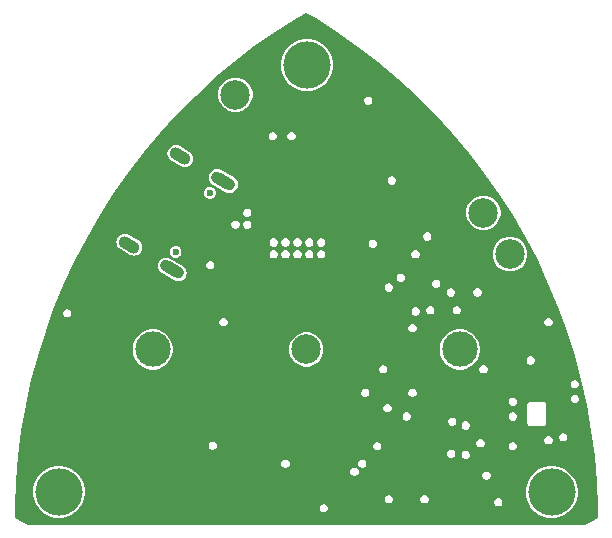
<source format=gbr>
%TF.GenerationSoftware,Altium Limited,Altium Designer,22.7.1 (60)*%
G04 Layer_Physical_Order=2*
G04 Layer_Color=36540*
%FSLAX45Y45*%
%MOMM*%
%TF.SameCoordinates,ACC7CE07-661A-46B9-B338-6EC4A6F7B09F*%
%TF.FilePolarity,Positive*%
%TF.FileFunction,Copper,L2,Inr,Signal*%
%TF.Part,Single*%
G01*
G75*
%TA.AperFunction,WasherPad*%
%ADD52C,3.00000*%
%ADD53C,2.50000*%
%ADD54C,4.00000*%
%TA.AperFunction,ComponentPad*%
%ADD55C,2.50000*%
%ADD56C,0.60000*%
G04:AMPARAMS|DCode=57|XSize=2.2mm|YSize=1mm|CornerRadius=0mm|HoleSize=0mm|Usage=FLASHONLY|Rotation=330.000|XOffset=0mm|YOffset=0mm|HoleType=Round|Shape=Round|*
%AMOVALD57*
21,1,1.20000,1.00000,0.00000,0.00000,330.0*
1,1,1.00000,-0.51962,0.30000*
1,1,1.00000,0.51962,-0.30000*
%
%ADD57OVALD57*%

G04:AMPARAMS|DCode=58|XSize=1.9mm|YSize=1mm|CornerRadius=0mm|HoleSize=0mm|Usage=FLASHONLY|Rotation=330.000|XOffset=0mm|YOffset=0mm|HoleType=Round|Shape=Round|*
%AMOVALD58*
21,1,0.90000,1.00000,0.00000,0.00000,330.0*
1,1,1.00000,-0.38971,0.22500*
1,1,1.00000,0.38971,-0.22500*
%
%ADD58OVALD58*%

%TA.AperFunction,ViaPad*%
%ADD59C,0.70000*%
G36*
X2603787Y4923835D02*
X2786678Y4807310D01*
X2964312Y4682920D01*
X3136353Y4550897D01*
X3302471Y4411498D01*
X3462348Y4264988D01*
X3615687Y4111640D01*
X3762186Y3951754D01*
X3901572Y3785631D01*
X4033586Y3613577D01*
X4157965Y3435937D01*
X4274476Y3253043D01*
X4382905Y3065229D01*
X4483031Y2872878D01*
X4574678Y2676333D01*
X4657662Y2475983D01*
X4731828Y2272205D01*
X4797036Y2065381D01*
X4853160Y1855914D01*
X4900095Y1644196D01*
X4937750Y1430633D01*
X4966055Y1215631D01*
X4984955Y999595D01*
X4994413Y782950D01*
Y692181D01*
X4915806Y646807D01*
X4885418Y630992D01*
X166300D01*
X134498Y647554D01*
X55582Y692334D01*
X55558Y782982D01*
X64966Y999695D01*
X83819Y1215785D01*
X112083Y1430847D01*
X149702Y1644472D01*
X196606Y1856254D01*
X252706Y2065790D01*
X317891Y2272671D01*
X392044Y2476519D01*
X475015Y2676929D01*
X566656Y2873537D01*
X666785Y3065957D01*
X775216Y3253827D01*
X891737Y3436783D01*
X1016132Y3614485D01*
X1148161Y3786590D01*
X1287566Y3952763D01*
X1434100Y4112709D01*
X1587463Y4266099D01*
X1747376Y4412656D01*
X1913537Y4552102D01*
X2085616Y4684159D01*
X2263292Y4808582D01*
X2446229Y4925136D01*
X2523882Y4969973D01*
X2603787Y4923835D01*
D02*
G37*
%LPC*%
G36*
X2552751Y4746275D02*
X2509415D01*
X2466911Y4737821D01*
X2426873Y4721237D01*
X2390841Y4697161D01*
X2360197Y4666517D01*
X2336121Y4630485D01*
X2319537Y4590447D01*
X2311083Y4547943D01*
Y4504607D01*
X2319537Y4462104D01*
X2336121Y4422066D01*
X2360197Y4386034D01*
X2390841Y4355390D01*
X2426873Y4331314D01*
X2466911Y4314730D01*
X2509415Y4306276D01*
X2552751D01*
X2595254Y4314730D01*
X2635292Y4331314D01*
X2671324Y4355390D01*
X2701968Y4386034D01*
X2726044Y4422066D01*
X2742628Y4462104D01*
X2751082Y4504607D01*
Y4547943D01*
X2742628Y4590447D01*
X2726044Y4630485D01*
X2701968Y4666517D01*
X2671324Y4697161D01*
X2635292Y4721237D01*
X2595254Y4737821D01*
X2552751Y4746275D01*
D02*
G37*
G36*
X3056962Y4260000D02*
X3043038D01*
X3030174Y4254671D01*
X3020328Y4244826D01*
X3015000Y4231962D01*
Y4218038D01*
X3020328Y4205174D01*
X3030174Y4195328D01*
X3043038Y4190000D01*
X3056962D01*
X3069826Y4195328D01*
X3079672Y4205174D01*
X3085000Y4218038D01*
Y4231962D01*
X3079672Y4244826D01*
X3069826Y4254671D01*
X3056962Y4260000D01*
D02*
G37*
G36*
X1944090Y4420000D02*
X1905910D01*
X1869032Y4410118D01*
X1835968Y4391029D01*
X1808971Y4364032D01*
X1789882Y4330968D01*
X1780000Y4294090D01*
Y4255910D01*
X1789882Y4219032D01*
X1808971Y4185968D01*
X1835968Y4158971D01*
X1869032Y4139882D01*
X1905910Y4130000D01*
X1944090D01*
X1980968Y4139882D01*
X2014032Y4158971D01*
X2041029Y4185968D01*
X2060118Y4219032D01*
X2070000Y4255910D01*
Y4294090D01*
X2060118Y4330968D01*
X2041029Y4364032D01*
X2014032Y4391029D01*
X1980968Y4410118D01*
X1944090Y4420000D01*
D02*
G37*
G36*
X2249791Y3960046D02*
X2235867D01*
X2223003Y3954718D01*
X2213157Y3944872D01*
X2207829Y3932008D01*
Y3918084D01*
X2213157Y3905220D01*
X2223003Y3895375D01*
X2235867Y3890046D01*
X2249791D01*
X2262655Y3895375D01*
X2272500Y3905220D01*
X2277829Y3918084D01*
Y3932008D01*
X2272500Y3944872D01*
X2262655Y3954718D01*
X2249791Y3960046D01*
D02*
G37*
G36*
X2406962Y3960000D02*
X2393038D01*
X2380174Y3954672D01*
X2370329Y3944826D01*
X2365000Y3931962D01*
Y3918038D01*
X2370329Y3905174D01*
X2380174Y3895329D01*
X2393038Y3890000D01*
X2406962D01*
X2419826Y3895329D01*
X2429672Y3905174D01*
X2435000Y3918038D01*
Y3931962D01*
X2429672Y3944826D01*
X2419826Y3954672D01*
X2406962Y3960000D01*
D02*
G37*
G36*
X1420413Y3847660D02*
X1402140Y3845254D01*
X1385112Y3838201D01*
X1370489Y3826980D01*
X1359269Y3812358D01*
X1352215Y3795330D01*
X1349810Y3777056D01*
X1352215Y3758782D01*
X1359269Y3741754D01*
X1370489Y3727132D01*
X1385112Y3715911D01*
X1463053Y3670911D01*
X1480082Y3663858D01*
X1498356Y3661452D01*
X1516629Y3663858D01*
X1533657Y3670911D01*
X1548280Y3682132D01*
X1559500Y3696754D01*
X1566553Y3713783D01*
X1568959Y3732056D01*
X1566554Y3750330D01*
X1559500Y3767358D01*
X1548280Y3781980D01*
X1533657Y3793201D01*
X1455715Y3838201D01*
X1438687Y3845254D01*
X1420413Y3847660D01*
D02*
G37*
G36*
X3256962Y3585000D02*
X3243038D01*
X3230174Y3579672D01*
X3220329Y3569826D01*
X3215000Y3556962D01*
Y3543038D01*
X3220329Y3530174D01*
X3230174Y3520328D01*
X3243038Y3515000D01*
X3256962D01*
X3269826Y3520328D01*
X3279672Y3530174D01*
X3285000Y3543038D01*
Y3556962D01*
X3279672Y3569826D01*
X3269826Y3579672D01*
X3256962Y3585000D01*
D02*
G37*
G36*
X1771153Y3645160D02*
X1752880Y3642754D01*
X1735852Y3635701D01*
X1721229Y3624480D01*
X1710009Y3609858D01*
X1702956Y3592830D01*
X1700550Y3574556D01*
X1702955Y3556282D01*
X1710009Y3539254D01*
X1721229Y3524632D01*
X1735852Y3513411D01*
X1839775Y3453411D01*
X1856803Y3446358D01*
X1875077Y3443952D01*
X1893351Y3446358D01*
X1910379Y3453411D01*
X1925001Y3464632D01*
X1936222Y3479254D01*
X1943275Y3496282D01*
X1945681Y3514556D01*
X1943275Y3532830D01*
X1936222Y3549858D01*
X1925001Y3564480D01*
X1910379Y3575701D01*
X1806456Y3635701D01*
X1789427Y3642754D01*
X1771153Y3645160D01*
D02*
G37*
G36*
X1705230Y3497018D02*
X1701980Y3496147D01*
X1698618D01*
X1692459Y3493596D01*
X1686016Y3491870D01*
X1683348Y3489822D01*
X1680241Y3488535D01*
X1675525Y3483819D01*
X1670236Y3479760D01*
X1668555Y3476849D01*
X1666176Y3474470D01*
X1663624Y3468308D01*
X1660290Y3462534D01*
X1659851Y3459200D01*
X1658564Y3456093D01*
Y3449426D01*
X1657693Y3442813D01*
X1658564Y3439564D01*
Y3436202D01*
X1661115Y3430042D01*
X1662842Y3423599D01*
X1664889Y3420931D01*
X1666176Y3417825D01*
X1670892Y3413108D01*
X1674951Y3407819D01*
X1677863Y3406138D01*
X1680241Y3403759D01*
X1686403Y3401207D01*
X1692177Y3397873D01*
X1695511Y3397434D01*
X1698618Y3396147D01*
X1705285D01*
X1711898Y3395277D01*
X1715148Y3396147D01*
X1718510D01*
X1724669Y3398699D01*
X1731112Y3400425D01*
X1733780Y3402472D01*
X1736887Y3403759D01*
X1741603Y3408475D01*
X1746892Y3412534D01*
X1748573Y3415446D01*
X1750952Y3417825D01*
X1753504Y3423987D01*
X1756838Y3429760D01*
X1757277Y3433095D01*
X1758564Y3436202D01*
Y3442869D01*
X1759435Y3449482D01*
X1758564Y3452731D01*
Y3456093D01*
X1756013Y3462252D01*
X1754286Y3468695D01*
X1752239Y3471363D01*
X1750952Y3474470D01*
X1746236Y3479186D01*
X1742177Y3484476D01*
X1739266Y3486157D01*
X1736887Y3488535D01*
X1730725Y3491088D01*
X1724951Y3494421D01*
X1721617Y3494860D01*
X1718510Y3496147D01*
X1711843D01*
X1705230Y3497018D01*
D02*
G37*
G36*
X2031962Y3310000D02*
X2018038D01*
X2005174Y3304672D01*
X1995328Y3294826D01*
X1990000Y3281962D01*
Y3268038D01*
X1995328Y3255174D01*
X2005174Y3245329D01*
X2018038Y3240000D01*
X2031962D01*
X2044826Y3245329D01*
X2054672Y3255174D01*
X2060000Y3268038D01*
Y3281962D01*
X2054672Y3294826D01*
X2044826Y3304672D01*
X2031962Y3310000D01*
D02*
G37*
G36*
Y3210000D02*
X2018038D01*
X2005174Y3204672D01*
X1995328Y3194826D01*
X1990000Y3181962D01*
Y3168038D01*
X1995328Y3155174D01*
X2005174Y3145328D01*
X2018038Y3140000D01*
X2031962D01*
X2044826Y3145328D01*
X2054672Y3155174D01*
X2060000Y3168038D01*
Y3181962D01*
X2054672Y3194826D01*
X2044826Y3204672D01*
X2031962Y3210000D01*
D02*
G37*
G36*
X1931962D02*
X1918038D01*
X1905174Y3204672D01*
X1895328Y3194826D01*
X1890000Y3181962D01*
Y3168038D01*
X1895328Y3155174D01*
X1905174Y3145328D01*
X1918038Y3140000D01*
X1931962D01*
X1944826Y3145328D01*
X1954671Y3155174D01*
X1960000Y3168038D01*
Y3181962D01*
X1954671Y3194826D01*
X1944826Y3204672D01*
X1931962Y3210000D01*
D02*
G37*
G36*
X4044090Y3420000D02*
X4005910D01*
X3969032Y3410118D01*
X3935968Y3391029D01*
X3908971Y3364032D01*
X3889882Y3330968D01*
X3880000Y3294090D01*
Y3255910D01*
X3889882Y3219032D01*
X3908971Y3185968D01*
X3935968Y3158971D01*
X3969032Y3139882D01*
X4005910Y3130000D01*
X4044090D01*
X4080968Y3139882D01*
X4114032Y3158971D01*
X4141029Y3185968D01*
X4160118Y3219032D01*
X4170000Y3255910D01*
Y3294090D01*
X4160118Y3330968D01*
X4141029Y3364032D01*
X4114032Y3391029D01*
X4080968Y3410118D01*
X4044090Y3420000D01*
D02*
G37*
G36*
X3556962Y3110000D02*
X3543038D01*
X3530174Y3104671D01*
X3520328Y3094826D01*
X3515000Y3081962D01*
Y3068038D01*
X3520328Y3055174D01*
X3530174Y3045328D01*
X3543038Y3040000D01*
X3556962D01*
X3569826Y3045328D01*
X3579672Y3055174D01*
X3585000Y3068038D01*
Y3081962D01*
X3579672Y3094826D01*
X3569826Y3104671D01*
X3556962Y3110000D01*
D02*
G37*
G36*
X2656962Y3060000D02*
X2643038D01*
X2630174Y3054672D01*
X2620328Y3044826D01*
X2615000Y3031962D01*
Y3018038D01*
X2620328Y3005174D01*
X2630174Y2995329D01*
X2643038Y2990000D01*
X2656962D01*
X2669826Y2995329D01*
X2679671Y3005174D01*
X2685000Y3018038D01*
Y3031962D01*
X2679671Y3044826D01*
X2669826Y3054672D01*
X2656962Y3060000D01*
D02*
G37*
G36*
X2556962D02*
X2543038D01*
X2530174Y3054672D01*
X2520328Y3044826D01*
X2515000Y3031962D01*
Y3018038D01*
X2520328Y3005174D01*
X2530174Y2995329D01*
X2543038Y2990000D01*
X2556962D01*
X2569826Y2995329D01*
X2579671Y3005174D01*
X2585000Y3018038D01*
Y3031962D01*
X2579671Y3044826D01*
X2569826Y3054672D01*
X2556962Y3060000D01*
D02*
G37*
G36*
X2456962D02*
X2443038D01*
X2430174Y3054672D01*
X2420328Y3044826D01*
X2415000Y3031962D01*
Y3018038D01*
X2420328Y3005174D01*
X2430174Y2995329D01*
X2443038Y2990000D01*
X2456962D01*
X2469826Y2995329D01*
X2479671Y3005174D01*
X2485000Y3018038D01*
Y3031962D01*
X2479671Y3044826D01*
X2469826Y3054672D01*
X2456962Y3060000D01*
D02*
G37*
G36*
X2356962D02*
X2343038D01*
X2330174Y3054672D01*
X2320329Y3044826D01*
X2315000Y3031962D01*
Y3018038D01*
X2320329Y3005174D01*
X2330174Y2995329D01*
X2343038Y2990000D01*
X2356962D01*
X2369826Y2995329D01*
X2379672Y3005174D01*
X2385000Y3018038D01*
Y3031962D01*
X2379672Y3044826D01*
X2369826Y3054672D01*
X2356962Y3060000D01*
D02*
G37*
G36*
X2256962D02*
X2243038D01*
X2230174Y3054672D01*
X2220329Y3044826D01*
X2215000Y3031962D01*
Y3018038D01*
X2220329Y3005174D01*
X2230174Y2995329D01*
X2243038Y2990000D01*
X2256962D01*
X2269826Y2995329D01*
X2279672Y3005174D01*
X2285000Y3018038D01*
Y3031962D01*
X2279672Y3044826D01*
X2269826Y3054672D01*
X2256962Y3060000D01*
D02*
G37*
G36*
X3094884Y3048628D02*
X3080960D01*
X3068096Y3043299D01*
X3058250Y3033454D01*
X3052922Y3020590D01*
Y3006666D01*
X3058250Y2993802D01*
X3068096Y2983956D01*
X3080960Y2978628D01*
X3094884D01*
X3107748Y2983956D01*
X3117593Y2993802D01*
X3122922Y3006666D01*
Y3020590D01*
X3117593Y3033454D01*
X3107748Y3043299D01*
X3094884Y3048628D01*
D02*
G37*
G36*
X987913Y3098548D02*
X969640Y3096142D01*
X952612Y3089089D01*
X937989Y3077868D01*
X926769Y3063246D01*
X919715Y3046218D01*
X917310Y3027944D01*
X919715Y3009670D01*
X926769Y2992642D01*
X937989Y2978020D01*
X952612Y2966799D01*
X1030553Y2921799D01*
X1047582Y2914746D01*
X1065856Y2912340D01*
X1084129Y2914746D01*
X1101157Y2921799D01*
X1115780Y2933020D01*
X1127000Y2947642D01*
X1134053Y2964670D01*
X1136459Y2982944D01*
X1134054Y3001218D01*
X1127000Y3018246D01*
X1115780Y3032868D01*
X1101157Y3044089D01*
X1023215Y3089089D01*
X1006187Y3096142D01*
X987913Y3098548D01*
D02*
G37*
G36*
X1415230Y2994723D02*
X1411980Y2993853D01*
X1408618D01*
X1402459Y2991302D01*
X1396016Y2989575D01*
X1393348Y2987528D01*
X1390241Y2986241D01*
X1385525Y2981525D01*
X1380236Y2977466D01*
X1378555Y2974554D01*
X1376176Y2972176D01*
X1373624Y2966014D01*
X1370290Y2960240D01*
X1369851Y2956905D01*
X1368564Y2953799D01*
Y2947132D01*
X1367693Y2940519D01*
X1368564Y2937269D01*
Y2933907D01*
X1371115Y2927748D01*
X1372842Y2921305D01*
X1374889Y2918637D01*
X1376176Y2915530D01*
X1380892Y2910814D01*
X1384951Y2905525D01*
X1387863Y2903844D01*
X1390241Y2901465D01*
X1396403Y2898913D01*
X1402177Y2895579D01*
X1405512Y2895140D01*
X1408618Y2893853D01*
X1415285D01*
X1421898Y2892982D01*
X1425148Y2893853D01*
X1428510D01*
X1434669Y2896404D01*
X1441112Y2898131D01*
X1443780Y2900178D01*
X1446887Y2901465D01*
X1451603Y2906181D01*
X1456892Y2910240D01*
X1458573Y2913151D01*
X1460952Y2915530D01*
X1463504Y2921692D01*
X1466838Y2927466D01*
X1467277Y2930800D01*
X1468564Y2933907D01*
Y2940574D01*
X1469435Y2947187D01*
X1468564Y2950437D01*
Y2953799D01*
X1466013Y2959958D01*
X1464286Y2966401D01*
X1462239Y2969069D01*
X1460952Y2972176D01*
X1456236Y2976892D01*
X1452177Y2982181D01*
X1449266Y2983862D01*
X1446887Y2986241D01*
X1440725Y2988793D01*
X1434951Y2992127D01*
X1431617Y2992566D01*
X1428510Y2993853D01*
X1421843D01*
X1415230Y2994723D01*
D02*
G37*
G36*
X3456962Y2960000D02*
X3443038D01*
X3430174Y2954672D01*
X3420328Y2944826D01*
X3415000Y2931962D01*
Y2918038D01*
X3420328Y2905174D01*
X3430174Y2895328D01*
X3443038Y2890000D01*
X3456962D01*
X3469826Y2895328D01*
X3479671Y2905174D01*
X3485000Y2918038D01*
Y2931962D01*
X3479671Y2944826D01*
X3469826Y2954672D01*
X3456962Y2960000D01*
D02*
G37*
G36*
X2656962D02*
X2643038D01*
X2630174Y2954672D01*
X2620328Y2944826D01*
X2615000Y2931962D01*
Y2918038D01*
X2620328Y2905174D01*
X2630174Y2895328D01*
X2643038Y2890000D01*
X2656962D01*
X2669826Y2895328D01*
X2679671Y2905174D01*
X2685000Y2918038D01*
Y2931962D01*
X2679671Y2944826D01*
X2669826Y2954672D01*
X2656962Y2960000D01*
D02*
G37*
G36*
X2556962D02*
X2543038D01*
X2530174Y2954672D01*
X2520328Y2944826D01*
X2515000Y2931962D01*
Y2918038D01*
X2520328Y2905174D01*
X2530174Y2895328D01*
X2543038Y2890000D01*
X2556962D01*
X2569826Y2895328D01*
X2579671Y2905174D01*
X2585000Y2918038D01*
Y2931962D01*
X2579671Y2944826D01*
X2569826Y2954672D01*
X2556962Y2960000D01*
D02*
G37*
G36*
X2456962D02*
X2443038D01*
X2430174Y2954672D01*
X2420328Y2944826D01*
X2415000Y2931962D01*
Y2918038D01*
X2420328Y2905174D01*
X2430174Y2895328D01*
X2443038Y2890000D01*
X2456962D01*
X2469826Y2895328D01*
X2479671Y2905174D01*
X2485000Y2918038D01*
Y2931962D01*
X2479671Y2944826D01*
X2469826Y2954672D01*
X2456962Y2960000D01*
D02*
G37*
G36*
X2356962D02*
X2343038D01*
X2330174Y2954672D01*
X2320328Y2944826D01*
X2315000Y2931962D01*
Y2918038D01*
X2320328Y2905174D01*
X2330174Y2895328D01*
X2343038Y2890000D01*
X2356962D01*
X2369826Y2895328D01*
X2379671Y2905174D01*
X2385000Y2918038D01*
Y2931962D01*
X2379671Y2944826D01*
X2369826Y2954672D01*
X2356962Y2960000D01*
D02*
G37*
G36*
X2256962D02*
X2243038D01*
X2230174Y2954672D01*
X2220328Y2944826D01*
X2215000Y2931962D01*
Y2918038D01*
X2220328Y2905174D01*
X2230174Y2895328D01*
X2243038Y2890000D01*
X2256962D01*
X2269826Y2895328D01*
X2279671Y2905174D01*
X2285000Y2918038D01*
Y2931962D01*
X2279671Y2944826D01*
X2269826Y2954672D01*
X2256962Y2960000D01*
D02*
G37*
G36*
X1719054Y2868227D02*
X1705130D01*
X1692266Y2862899D01*
X1682420Y2853053D01*
X1677092Y2840189D01*
Y2826265D01*
X1682420Y2813401D01*
X1692266Y2803555D01*
X1705130Y2798227D01*
X1719054D01*
X1731918Y2803555D01*
X1741763Y2813401D01*
X1747092Y2826265D01*
Y2840189D01*
X1741763Y2853053D01*
X1731918Y2862899D01*
X1719054Y2868227D01*
D02*
G37*
G36*
X4269090Y3070000D02*
X4230910D01*
X4194032Y3060118D01*
X4160968Y3041029D01*
X4133971Y3014032D01*
X4114882Y2980968D01*
X4105000Y2944090D01*
Y2905910D01*
X4114882Y2869032D01*
X4133971Y2835968D01*
X4160968Y2808971D01*
X4194032Y2789882D01*
X4230910Y2780000D01*
X4269090D01*
X4305968Y2789882D01*
X4339032Y2808971D01*
X4366029Y2835968D01*
X4385118Y2869032D01*
X4395000Y2905910D01*
Y2944090D01*
X4385118Y2980968D01*
X4366029Y3014032D01*
X4339032Y3041029D01*
X4305968Y3060118D01*
X4269090Y3070000D01*
D02*
G37*
G36*
X1338653Y2896048D02*
X1320380Y2893642D01*
X1303352Y2886589D01*
X1288729Y2875369D01*
X1277509Y2860746D01*
X1270456Y2843718D01*
X1268050Y2825444D01*
X1270455Y2807171D01*
X1277509Y2790143D01*
X1288729Y2775520D01*
X1303352Y2764300D01*
X1407275Y2704299D01*
X1424303Y2697246D01*
X1442577Y2694840D01*
X1460851Y2697246D01*
X1477879Y2704299D01*
X1492501Y2715520D01*
X1503722Y2730142D01*
X1510775Y2747171D01*
X1513181Y2765444D01*
X1510775Y2783718D01*
X1503722Y2800746D01*
X1492501Y2815369D01*
X1477879Y2826589D01*
X1373956Y2886589D01*
X1356927Y2893642D01*
X1338653Y2896048D01*
D02*
G37*
G36*
X3331962Y2760000D02*
X3318038D01*
X3305174Y2754671D01*
X3295328Y2744826D01*
X3290000Y2731962D01*
Y2718038D01*
X3295328Y2705174D01*
X3305174Y2695328D01*
X3318038Y2690000D01*
X3331962D01*
X3344826Y2695328D01*
X3354671Y2705174D01*
X3360000Y2718038D01*
Y2731962D01*
X3354671Y2744826D01*
X3344826Y2754671D01*
X3331962Y2760000D01*
D02*
G37*
G36*
X3631962Y2710000D02*
X3618038D01*
X3605174Y2704672D01*
X3595329Y2694826D01*
X3590000Y2681962D01*
Y2668038D01*
X3595329Y2655174D01*
X3605174Y2645328D01*
X3618038Y2640000D01*
X3631962D01*
X3644826Y2645328D01*
X3654672Y2655174D01*
X3660000Y2668038D01*
Y2681962D01*
X3654672Y2694826D01*
X3644826Y2704672D01*
X3631962Y2710000D01*
D02*
G37*
G36*
X3231715Y2677147D02*
X3217791D01*
X3204927Y2671818D01*
X3195082Y2661973D01*
X3189753Y2649108D01*
Y2635185D01*
X3195082Y2622321D01*
X3204927Y2612475D01*
X3217791Y2607147D01*
X3231715D01*
X3244579Y2612475D01*
X3254425Y2622321D01*
X3259753Y2635185D01*
Y2649108D01*
X3254425Y2661973D01*
X3244579Y2671818D01*
X3231715Y2677147D01*
D02*
G37*
G36*
X3981962Y2635400D02*
X3968038D01*
X3955174Y2630072D01*
X3945328Y2620226D01*
X3940000Y2607362D01*
Y2593438D01*
X3945328Y2580574D01*
X3955174Y2570729D01*
X3968038Y2565400D01*
X3981962D01*
X3994826Y2570729D01*
X4004671Y2580574D01*
X4010000Y2593438D01*
Y2607362D01*
X4004671Y2620226D01*
X3994826Y2630072D01*
X3981962Y2635400D01*
D02*
G37*
G36*
X3756962Y2635000D02*
X3743038D01*
X3730174Y2629671D01*
X3720329Y2619826D01*
X3715000Y2606962D01*
Y2593038D01*
X3720329Y2580174D01*
X3730174Y2570328D01*
X3743038Y2565000D01*
X3756962D01*
X3769826Y2570328D01*
X3779672Y2580174D01*
X3785000Y2593038D01*
Y2606962D01*
X3779672Y2619826D01*
X3769826Y2629671D01*
X3756962Y2635000D01*
D02*
G37*
G36*
X3806962Y2485000D02*
X3793038D01*
X3780174Y2479671D01*
X3770329Y2469826D01*
X3765000Y2456962D01*
Y2443038D01*
X3770329Y2430174D01*
X3780174Y2420328D01*
X3793038Y2415000D01*
X3806962D01*
X3819826Y2420328D01*
X3829672Y2430174D01*
X3835000Y2443038D01*
Y2456962D01*
X3829672Y2469826D01*
X3819826Y2479671D01*
X3806962Y2485000D01*
D02*
G37*
G36*
X3581962D02*
X3568038D01*
X3555174Y2479671D01*
X3545328Y2469826D01*
X3540000Y2456962D01*
Y2443038D01*
X3545328Y2430174D01*
X3555174Y2420328D01*
X3568038Y2415000D01*
X3581962D01*
X3594826Y2420328D01*
X3604671Y2430174D01*
X3610000Y2443038D01*
Y2456962D01*
X3604671Y2469826D01*
X3594826Y2479671D01*
X3581962Y2485000D01*
D02*
G37*
G36*
X3458333Y2475528D02*
X3444409D01*
X3431545Y2470200D01*
X3421700Y2460354D01*
X3416371Y2447490D01*
Y2433567D01*
X3421700Y2420703D01*
X3431545Y2410857D01*
X3444409Y2405529D01*
X3458333D01*
X3471197Y2410857D01*
X3481043Y2420703D01*
X3486371Y2433567D01*
Y2447490D01*
X3481043Y2460354D01*
X3471197Y2470200D01*
X3458333Y2475528D01*
D02*
G37*
G36*
X506962Y2460000D02*
X493038D01*
X480174Y2454671D01*
X470328Y2444826D01*
X465000Y2431962D01*
Y2418038D01*
X470328Y2405174D01*
X480174Y2395328D01*
X493038Y2390000D01*
X506962D01*
X519826Y2395328D01*
X529672Y2405174D01*
X535000Y2418038D01*
Y2431962D01*
X529672Y2444826D01*
X519826Y2454671D01*
X506962Y2460000D01*
D02*
G37*
G36*
X4581962Y2385000D02*
X4568038D01*
X4555174Y2379672D01*
X4545328Y2369826D01*
X4540000Y2356962D01*
Y2343038D01*
X4545328Y2330174D01*
X4555174Y2320329D01*
X4568038Y2315000D01*
X4581962D01*
X4594826Y2320329D01*
X4604672Y2330174D01*
X4610000Y2343038D01*
Y2356962D01*
X4604672Y2369826D01*
X4594826Y2379672D01*
X4581962Y2385000D01*
D02*
G37*
G36*
X1831962D02*
X1818038D01*
X1805174Y2379672D01*
X1795328Y2369826D01*
X1790000Y2356962D01*
Y2343038D01*
X1795328Y2330174D01*
X1805174Y2320329D01*
X1818038Y2315000D01*
X1831962D01*
X1844826Y2320329D01*
X1854671Y2330174D01*
X1860000Y2343038D01*
Y2356962D01*
X1854671Y2369826D01*
X1844826Y2379672D01*
X1831962Y2385000D01*
D02*
G37*
G36*
X3431962Y2335000D02*
X3418038D01*
X3405174Y2329671D01*
X3395328Y2319826D01*
X3390000Y2306962D01*
Y2293038D01*
X3395328Y2280174D01*
X3405174Y2270328D01*
X3418038Y2265000D01*
X3431962D01*
X3444826Y2270328D01*
X3454672Y2280174D01*
X3460000Y2293038D01*
Y2306962D01*
X3454672Y2319826D01*
X3444826Y2329671D01*
X3431962Y2335000D01*
D02*
G37*
G36*
X4431962Y2060000D02*
X4418038D01*
X4405174Y2054672D01*
X4395329Y2044826D01*
X4390000Y2031962D01*
Y2018038D01*
X4395329Y2005174D01*
X4405174Y1995328D01*
X4418038Y1990000D01*
X4431962D01*
X4444826Y1995328D01*
X4454672Y2005174D01*
X4460000Y2018038D01*
Y2031962D01*
X4454672Y2044826D01*
X4444826Y2054672D01*
X4431962Y2060000D01*
D02*
G37*
G36*
X2543990Y2263300D02*
X2505810D01*
X2468932Y2253418D01*
X2435868Y2234329D01*
X2408871Y2207332D01*
X2389782Y2174268D01*
X2379900Y2137390D01*
Y2099210D01*
X2389782Y2062332D01*
X2408871Y2029268D01*
X2435868Y2002271D01*
X2468932Y1983182D01*
X2505810Y1973300D01*
X2543990D01*
X2580868Y1983182D01*
X2613932Y2002271D01*
X2640929Y2029268D01*
X2660018Y2062332D01*
X2669900Y2099210D01*
Y2137390D01*
X2660018Y2174268D01*
X2640929Y2207332D01*
X2613932Y2234329D01*
X2580868Y2253418D01*
X2543990Y2263300D01*
D02*
G37*
G36*
X3841643Y2288300D02*
X3808156D01*
X3775313Y2281767D01*
X3744375Y2268952D01*
X3716531Y2250348D01*
X3692852Y2226669D01*
X3674248Y2198825D01*
X3661433Y2167887D01*
X3654900Y2135043D01*
Y2101557D01*
X3661433Y2068713D01*
X3674248Y2037775D01*
X3692852Y2009931D01*
X3716531Y1986253D01*
X3744375Y1967648D01*
X3775313Y1954833D01*
X3808156Y1948300D01*
X3841643D01*
X3874487Y1954833D01*
X3905425Y1967648D01*
X3933268Y1986253D01*
X3956947Y2009931D01*
X3975552Y2037775D01*
X3988367Y2068713D01*
X3994900Y2101557D01*
Y2135043D01*
X3988367Y2167887D01*
X3975552Y2198825D01*
X3956947Y2226669D01*
X3933268Y2250348D01*
X3905425Y2268952D01*
X3874487Y2281767D01*
X3841643Y2288300D01*
D02*
G37*
G36*
X1241643D02*
X1208157D01*
X1175313Y2281767D01*
X1144375Y2268952D01*
X1116531Y2250348D01*
X1092853Y2226669D01*
X1074248Y2198825D01*
X1061433Y2167887D01*
X1054900Y2135043D01*
Y2101557D01*
X1061433Y2068713D01*
X1074248Y2037775D01*
X1092853Y2009931D01*
X1116531Y1986253D01*
X1144375Y1967648D01*
X1175313Y1954833D01*
X1208157Y1948300D01*
X1241643D01*
X1274487Y1954833D01*
X1305425Y1967648D01*
X1333269Y1986253D01*
X1356948Y2009931D01*
X1375552Y2037775D01*
X1388367Y2068713D01*
X1394900Y2101557D01*
Y2135043D01*
X1388367Y2167887D01*
X1375552Y2198825D01*
X1356948Y2226669D01*
X1333269Y2250348D01*
X1305425Y2268952D01*
X1274487Y2281767D01*
X1241643Y2288300D01*
D02*
G37*
G36*
X4031962Y1985000D02*
X4018038D01*
X4005174Y1979671D01*
X3995329Y1969826D01*
X3990000Y1956962D01*
Y1943038D01*
X3995329Y1930174D01*
X4005174Y1920328D01*
X4018038Y1915000D01*
X4031962D01*
X4044826Y1920328D01*
X4054672Y1930174D01*
X4060000Y1943038D01*
Y1956962D01*
X4054672Y1969826D01*
X4044826Y1979671D01*
X4031962Y1985000D01*
D02*
G37*
G36*
X3181962D02*
X3168038D01*
X3155174Y1979671D01*
X3145328Y1969826D01*
X3140000Y1956962D01*
Y1943038D01*
X3145328Y1930174D01*
X3155174Y1920328D01*
X3168038Y1915000D01*
X3181962D01*
X3194826Y1920328D01*
X3204672Y1930174D01*
X3210000Y1943038D01*
Y1956962D01*
X3204672Y1969826D01*
X3194826Y1979671D01*
X3181962Y1985000D01*
D02*
G37*
G36*
X4806962Y1860000D02*
X4793038D01*
X4780174Y1854671D01*
X4770329Y1844826D01*
X4765000Y1831962D01*
Y1818038D01*
X4770329Y1805174D01*
X4780174Y1795328D01*
X4793038Y1790000D01*
X4806962D01*
X4819826Y1795328D01*
X4829672Y1805174D01*
X4835000Y1818038D01*
Y1831962D01*
X4829672Y1844826D01*
X4819826Y1854671D01*
X4806962Y1860000D01*
D02*
G37*
G36*
X3431962Y1785000D02*
X3418038D01*
X3405174Y1779672D01*
X3395328Y1769826D01*
X3390000Y1756962D01*
Y1743038D01*
X3395328Y1730174D01*
X3405174Y1720329D01*
X3418038Y1715000D01*
X3431962D01*
X3444826Y1720329D01*
X3454672Y1730174D01*
X3460000Y1743038D01*
Y1756962D01*
X3454672Y1769826D01*
X3444826Y1779672D01*
X3431962Y1785000D01*
D02*
G37*
G36*
X3031962D02*
X3018038D01*
X3005174Y1779672D01*
X2995329Y1769826D01*
X2990000Y1756962D01*
Y1743038D01*
X2995329Y1730174D01*
X3005174Y1720329D01*
X3018038Y1715000D01*
X3031962D01*
X3044826Y1720329D01*
X3054672Y1730174D01*
X3060000Y1743038D01*
Y1756962D01*
X3054672Y1769826D01*
X3044826Y1779672D01*
X3031962Y1785000D01*
D02*
G37*
G36*
X4418284Y1674195D02*
X4418258Y1674190D01*
X4418232Y1674195D01*
X4414372Y1673427D01*
X4410477Y1672662D01*
X4410455Y1672648D01*
X4410429Y1672643D01*
X4407123Y1670434D01*
X4403850Y1668259D01*
X4403835Y1668237D01*
X4403813Y1668222D01*
X4401620Y1664940D01*
X4399413Y1661655D01*
X4399407Y1661628D01*
X4399393Y1661607D01*
X4398628Y1657763D01*
X4397841Y1653855D01*
X4397846Y1653829D01*
X4397841Y1653803D01*
Y1493653D01*
X4397840Y1493652D01*
X4399393Y1485848D01*
X4403813Y1479232D01*
X4403814Y1479232D01*
X4404679Y1478367D01*
X4411294Y1473946D01*
X4419098Y1472394D01*
X4531925D01*
X4539729Y1473946D01*
X4546345Y1478367D01*
X4550765Y1484982D01*
X4552317Y1492786D01*
Y1653225D01*
X4552318Y1653226D01*
X4550765Y1661029D01*
X4546345Y1667645D01*
X4546344Y1667646D01*
X4546056Y1667934D01*
X4542750Y1670142D01*
X4539488Y1672334D01*
X4539462Y1672340D01*
X4539441Y1672354D01*
X4535587Y1673121D01*
X4531689Y1673906D01*
X4418284Y1674195D01*
D02*
G37*
G36*
X4806962Y1735000D02*
X4793038D01*
X4780174Y1729671D01*
X4770329Y1719826D01*
X4765000Y1706962D01*
Y1693038D01*
X4770329Y1680174D01*
X4780174Y1670328D01*
X4793038Y1665000D01*
X4806962D01*
X4819826Y1670328D01*
X4829672Y1680174D01*
X4835000Y1693038D01*
Y1706962D01*
X4829672Y1719826D01*
X4819826Y1729671D01*
X4806962Y1735000D01*
D02*
G37*
G36*
X4281962Y1710000D02*
X4268038D01*
X4255174Y1704671D01*
X4245329Y1694826D01*
X4240000Y1681962D01*
Y1668038D01*
X4245329Y1655174D01*
X4255174Y1645328D01*
X4268038Y1640000D01*
X4281962D01*
X4294826Y1645328D01*
X4304672Y1655174D01*
X4310000Y1668038D01*
Y1681962D01*
X4304672Y1694826D01*
X4294826Y1704671D01*
X4281962Y1710000D01*
D02*
G37*
G36*
X3219523Y1656757D02*
X3205599D01*
X3192735Y1651429D01*
X3182889Y1641583D01*
X3177561Y1628719D01*
Y1614795D01*
X3182889Y1601931D01*
X3192735Y1592086D01*
X3205599Y1586757D01*
X3219523D01*
X3232387Y1592086D01*
X3242233Y1601931D01*
X3247561Y1614795D01*
Y1628719D01*
X3242233Y1641583D01*
X3232387Y1651429D01*
X3219523Y1656757D01*
D02*
G37*
G36*
X4281962Y1585000D02*
X4268038D01*
X4255174Y1579671D01*
X4245329Y1569826D01*
X4240000Y1556962D01*
Y1543038D01*
X4245329Y1530174D01*
X4255174Y1520328D01*
X4268038Y1515000D01*
X4281962D01*
X4294826Y1520328D01*
X4304672Y1530174D01*
X4310000Y1543038D01*
Y1556962D01*
X4304672Y1569826D01*
X4294826Y1579671D01*
X4281962Y1585000D01*
D02*
G37*
G36*
X3381962D02*
X3368038D01*
X3355174Y1579671D01*
X3345329Y1569826D01*
X3340000Y1556962D01*
Y1543038D01*
X3345329Y1530174D01*
X3355174Y1520328D01*
X3368038Y1515000D01*
X3381962D01*
X3394826Y1520328D01*
X3404672Y1530174D01*
X3410000Y1543038D01*
Y1556962D01*
X3404672Y1569826D01*
X3394826Y1579671D01*
X3381962Y1585000D01*
D02*
G37*
G36*
X3767556Y1542263D02*
X3753632D01*
X3740768Y1536934D01*
X3730923Y1527089D01*
X3725594Y1514225D01*
Y1500301D01*
X3730923Y1487437D01*
X3740768Y1477591D01*
X3753632Y1472263D01*
X3767556D01*
X3780420Y1477591D01*
X3790266Y1487437D01*
X3795594Y1500301D01*
Y1514225D01*
X3790266Y1527089D01*
X3780420Y1536934D01*
X3767556Y1542263D01*
D02*
G37*
G36*
X3881962Y1510000D02*
X3868038D01*
X3855174Y1504672D01*
X3845329Y1494826D01*
X3840000Y1481962D01*
Y1468038D01*
X3845329Y1455174D01*
X3855174Y1445329D01*
X3868038Y1440000D01*
X3881962D01*
X3894826Y1445329D01*
X3904672Y1455174D01*
X3910000Y1468038D01*
Y1481962D01*
X3904672Y1494826D01*
X3894826Y1504672D01*
X3881962Y1510000D01*
D02*
G37*
G36*
X4706962Y1410000D02*
X4693038D01*
X4680174Y1404672D01*
X4670328Y1394826D01*
X4665000Y1381962D01*
Y1368038D01*
X4670328Y1355174D01*
X4680174Y1345329D01*
X4693038Y1340000D01*
X4706962D01*
X4719826Y1345329D01*
X4729672Y1355174D01*
X4735000Y1368038D01*
Y1381962D01*
X4729672Y1394826D01*
X4719826Y1404672D01*
X4706962Y1410000D01*
D02*
G37*
G36*
X4581962Y1385000D02*
X4568038D01*
X4555174Y1379672D01*
X4545328Y1369826D01*
X4540000Y1356962D01*
Y1343038D01*
X4545328Y1330174D01*
X4555174Y1320329D01*
X4568038Y1315000D01*
X4581962D01*
X4594826Y1320329D01*
X4604672Y1330174D01*
X4610000Y1343038D01*
Y1356962D01*
X4604672Y1369826D01*
X4594826Y1379672D01*
X4581962Y1385000D01*
D02*
G37*
G36*
X4006962Y1360000D02*
X3993038D01*
X3980174Y1354671D01*
X3970328Y1344826D01*
X3965000Y1331962D01*
Y1318038D01*
X3970328Y1305174D01*
X3980174Y1295328D01*
X3993038Y1290000D01*
X4006962D01*
X4019826Y1295328D01*
X4029671Y1305174D01*
X4035000Y1318038D01*
Y1331962D01*
X4029671Y1344826D01*
X4019826Y1354671D01*
X4006962Y1360000D01*
D02*
G37*
G36*
X1739462Y1337500D02*
X1725538D01*
X1712674Y1332172D01*
X1702828Y1322326D01*
X1697500Y1309462D01*
Y1295538D01*
X1702828Y1282674D01*
X1712674Y1272829D01*
X1725538Y1267500D01*
X1739462D01*
X1752326Y1272829D01*
X1762171Y1282674D01*
X1767500Y1295538D01*
Y1309462D01*
X1762171Y1322326D01*
X1752326Y1332172D01*
X1739462Y1337500D01*
D02*
G37*
G36*
X4281962Y1335000D02*
X4268038D01*
X4255174Y1329671D01*
X4245329Y1319826D01*
X4240000Y1306962D01*
Y1293038D01*
X4245329Y1280174D01*
X4255174Y1270328D01*
X4268038Y1265000D01*
X4281962D01*
X4294826Y1270328D01*
X4304672Y1280174D01*
X4310000Y1293038D01*
Y1306962D01*
X4304672Y1319826D01*
X4294826Y1329671D01*
X4281962Y1335000D01*
D02*
G37*
G36*
X3131962D02*
X3118038D01*
X3105174Y1329671D01*
X3095329Y1319826D01*
X3090000Y1306962D01*
Y1293038D01*
X3095329Y1280174D01*
X3105174Y1270328D01*
X3118038Y1265000D01*
X3131962D01*
X3144826Y1270328D01*
X3154672Y1280174D01*
X3160000Y1293038D01*
Y1306962D01*
X3154672Y1319826D01*
X3144826Y1329671D01*
X3131962Y1335000D01*
D02*
G37*
G36*
X3759368Y1270518D02*
X3745444D01*
X3732580Y1265189D01*
X3722734Y1255344D01*
X3717406Y1242480D01*
Y1228556D01*
X3722734Y1215692D01*
X3732580Y1205846D01*
X3745444Y1200518D01*
X3759368D01*
X3772232Y1205846D01*
X3782077Y1215692D01*
X3787406Y1228556D01*
Y1242480D01*
X3782077Y1255344D01*
X3772232Y1265189D01*
X3759368Y1270518D01*
D02*
G37*
G36*
X3881962Y1260000D02*
X3868038D01*
X3855174Y1254672D01*
X3845329Y1244826D01*
X3840000Y1231962D01*
Y1218038D01*
X3845329Y1205174D01*
X3855174Y1195329D01*
X3868038Y1190000D01*
X3881962D01*
X3894826Y1195329D01*
X3904672Y1205174D01*
X3910000Y1218038D01*
Y1231962D01*
X3904672Y1244826D01*
X3894826Y1254672D01*
X3881962Y1260000D01*
D02*
G37*
G36*
X3006962Y1185000D02*
X2993038D01*
X2980174Y1179672D01*
X2970329Y1169826D01*
X2965000Y1156962D01*
Y1143038D01*
X2970329Y1130174D01*
X2980174Y1120328D01*
X2993038Y1115000D01*
X3006962D01*
X3019826Y1120328D01*
X3029672Y1130174D01*
X3035000Y1143038D01*
Y1156962D01*
X3029672Y1169826D01*
X3019826Y1179672D01*
X3006962Y1185000D01*
D02*
G37*
G36*
X2356962D02*
X2343038D01*
X2330174Y1179672D01*
X2320329Y1169826D01*
X2315000Y1156962D01*
Y1143038D01*
X2320329Y1130174D01*
X2330174Y1120328D01*
X2343038Y1115000D01*
X2356962D01*
X2369826Y1120328D01*
X2379672Y1130174D01*
X2385000Y1143038D01*
Y1156962D01*
X2379672Y1169826D01*
X2369826Y1179672D01*
X2356962Y1185000D01*
D02*
G37*
G36*
X2939504Y1117542D02*
X2925580D01*
X2912716Y1112213D01*
X2902870Y1102368D01*
X2897542Y1089504D01*
Y1075580D01*
X2902870Y1062716D01*
X2912716Y1052870D01*
X2925580Y1047542D01*
X2939504D01*
X2952368Y1052870D01*
X2962213Y1062716D01*
X2967542Y1075580D01*
Y1089504D01*
X2962213Y1102368D01*
X2952368Y1112213D01*
X2939504Y1117542D01*
D02*
G37*
G36*
X4056962Y1085000D02*
X4043038D01*
X4030174Y1079671D01*
X4020329Y1069826D01*
X4015000Y1056962D01*
Y1043038D01*
X4020329Y1030174D01*
X4030174Y1020328D01*
X4043038Y1015000D01*
X4056962D01*
X4069826Y1020328D01*
X4079672Y1030174D01*
X4085000Y1043038D01*
Y1056962D01*
X4079672Y1069826D01*
X4069826Y1079671D01*
X4056962Y1085000D01*
D02*
G37*
G36*
X3531962Y885000D02*
X3518038D01*
X3505174Y879672D01*
X3495329Y869826D01*
X3490000Y856962D01*
Y843038D01*
X3495329Y830174D01*
X3505174Y820329D01*
X3518038Y815000D01*
X3531962D01*
X3544826Y820329D01*
X3554672Y830174D01*
X3560000Y843038D01*
Y856962D01*
X3554672Y869826D01*
X3544826Y879672D01*
X3531962Y885000D01*
D02*
G37*
G36*
X3231962D02*
X3218038D01*
X3205174Y879672D01*
X3195329Y869826D01*
X3190000Y856962D01*
Y843038D01*
X3195329Y830174D01*
X3205174Y820329D01*
X3218038Y815000D01*
X3231962D01*
X3244826Y820329D01*
X3254672Y830174D01*
X3260000Y843038D01*
Y856962D01*
X3254672Y869826D01*
X3244826Y879672D01*
X3231962Y885000D01*
D02*
G37*
G36*
X4156962Y860000D02*
X4143038D01*
X4130174Y854671D01*
X4120329Y844826D01*
X4115000Y831962D01*
Y818038D01*
X4120329Y805174D01*
X4130174Y795328D01*
X4143038Y790000D01*
X4156962D01*
X4169826Y795328D01*
X4179672Y805174D01*
X4185000Y818038D01*
Y831962D01*
X4179672Y844826D01*
X4169826Y854671D01*
X4156962Y860000D01*
D02*
G37*
G36*
X2681962Y810000D02*
X2668038D01*
X2655174Y804671D01*
X2645328Y794826D01*
X2640000Y781962D01*
Y768038D01*
X2645328Y755174D01*
X2655174Y745328D01*
X2668038Y740000D01*
X2681962D01*
X2694826Y745328D01*
X2704672Y755174D01*
X2710000Y768038D01*
Y781962D01*
X2704672Y794826D01*
X2694826Y804671D01*
X2681962Y810000D01*
D02*
G37*
G36*
X452318Y1132471D02*
X408982D01*
X366478Y1124017D01*
X326441Y1107433D01*
X290408Y1083357D01*
X259765Y1052713D01*
X235688Y1016681D01*
X219104Y976643D01*
X210650Y934140D01*
Y890804D01*
X219104Y848300D01*
X235688Y808263D01*
X259765Y772230D01*
X290408Y741587D01*
X326441Y717510D01*
X366478Y700926D01*
X408982Y692472D01*
X452318D01*
X494821Y700926D01*
X534859Y717510D01*
X570891Y741587D01*
X601535Y772230D01*
X625611Y808263D01*
X642195Y848300D01*
X650649Y890804D01*
Y934140D01*
X642195Y976643D01*
X625611Y1016681D01*
X601535Y1052713D01*
X570891Y1083357D01*
X534859Y1107433D01*
X494821Y1124017D01*
X452318Y1132471D01*
D02*
G37*
G36*
X4623520Y1130632D02*
X4580184D01*
X4537680Y1122178D01*
X4497643Y1105594D01*
X4461610Y1081518D01*
X4430966Y1050874D01*
X4406890Y1014842D01*
X4390306Y974804D01*
X4381852Y932300D01*
Y888964D01*
X4390306Y846461D01*
X4406890Y806423D01*
X4430966Y770391D01*
X4461610Y739747D01*
X4497643Y715671D01*
X4537680Y699087D01*
X4580184Y690633D01*
X4623520D01*
X4666023Y699087D01*
X4706061Y715671D01*
X4742093Y739747D01*
X4772737Y770391D01*
X4796813Y806423D01*
X4813397Y846461D01*
X4821851Y888964D01*
Y932300D01*
X4813397Y974804D01*
X4796813Y1014842D01*
X4772737Y1050874D01*
X4742093Y1081518D01*
X4706061Y1105594D01*
X4666023Y1122178D01*
X4623520Y1130632D01*
D02*
G37*
%LPD*%
D52*
X1224900Y2118300D02*
D03*
X3824900D02*
D03*
D53*
X2524900D02*
D03*
D54*
X4601852Y910632D02*
D03*
X430650Y912472D02*
D03*
X2531083Y4526275D02*
D03*
D55*
X1925000Y4275000D02*
D03*
X1700000Y3975000D02*
D03*
X4250000Y2925000D02*
D03*
X4025000Y3275000D02*
D03*
D56*
X1418564Y2943853D02*
D03*
X1708564Y3446147D02*
D03*
D57*
X1823115Y3544556D02*
D03*
X1390615Y2795444D02*
D03*
D58*
X1026884Y3005444D02*
D03*
X1459384Y3754556D02*
D03*
D59*
X1050067Y1521031D02*
D03*
X1013246Y841679D02*
D03*
X3480457Y726090D02*
D03*
X3649555Y734475D02*
D03*
X3832627Y730282D02*
D03*
X568466Y1472614D02*
D03*
X423325Y1438747D02*
D03*
X1586410Y772383D02*
D03*
X1850219Y869016D02*
D03*
X2072475Y933760D02*
D03*
X1992269Y1250717D02*
D03*
X3310085Y1073721D02*
D03*
X3128195D02*
D03*
X3378409Y1300852D02*
D03*
X3661730Y1299098D02*
D03*
X3665039Y1448797D02*
D03*
X3870978Y1113008D02*
D03*
X3983459Y1462857D02*
D03*
X4075263Y1395038D02*
D03*
X4192679Y1246122D02*
D03*
X4178038Y1574736D02*
D03*
X4362204Y2736293D02*
D03*
X3684760Y2345146D02*
D03*
X3395614Y2022475D02*
D03*
X3600000Y1900000D02*
D03*
X2172523Y2339279D02*
D03*
X3001178Y2879759D02*
D03*
X2052995Y3046483D02*
D03*
X3292977Y3870405D02*
D03*
X3919215Y3624270D02*
D03*
X3600000Y3500000D02*
D03*
X3701122Y3642964D02*
D03*
X3506397Y3664773D02*
D03*
X2549904Y3949851D02*
D03*
X2950260Y4133671D02*
D03*
X2922219Y4340859D02*
D03*
X1355068Y3646079D02*
D03*
X1600000Y3600000D02*
D03*
X1500000Y3500000D02*
D03*
X1300000D02*
D03*
X1400000Y3200000D02*
D03*
X1200000Y3100000D02*
D03*
X654681Y2759055D02*
D03*
X1121384Y2543654D02*
D03*
X1200000Y2700000D02*
D03*
X900000Y2900000D02*
D03*
X1500000Y2200000D02*
D03*
X1700000Y2400000D02*
D03*
X1500000D02*
D03*
X1300000D02*
D03*
X900000Y2500000D02*
D03*
X1100000Y2400000D02*
D03*
X800000Y1900000D02*
D03*
Y2100000D02*
D03*
X1500000Y1700000D02*
D03*
X1200000Y1500000D02*
D03*
X767583Y1451439D02*
D03*
X1058559Y1384377D02*
D03*
X791087Y1181262D02*
D03*
X422116Y1606868D02*
D03*
X511157Y1331123D02*
D03*
X2543720Y3497157D02*
D03*
X1901097Y665600D02*
D03*
X650000Y2650000D02*
D03*
X1050000D02*
D03*
X2800000Y775000D02*
D03*
X2557934Y750000D02*
D03*
X2450000D02*
D03*
X425000Y1825000D02*
D03*
Y1925000D02*
D03*
X725000Y2300000D02*
D03*
X4500000Y1825000D02*
D03*
X4400000D02*
D03*
X2125000Y1250000D02*
D03*
X2150000Y1050000D02*
D03*
X1600000Y1950000D02*
D03*
X2400000Y2475000D02*
D03*
X2525000D02*
D03*
X2650000D02*
D03*
X2275000D02*
D03*
X2000000Y1950000D02*
D03*
X2025000Y2350000D02*
D03*
X2200000Y1950000D02*
D03*
X1700000D02*
D03*
X1600000Y1850000D02*
D03*
X2100000Y1950000D02*
D03*
X1675000Y2550000D02*
D03*
X2725000Y2700000D02*
D03*
X3225000Y1300000D02*
D03*
X3850000Y2600400D02*
D03*
X3475000Y2750000D02*
D03*
X2955439Y3015953D02*
D03*
X2950000Y3950000D02*
D03*
X3525000Y4050000D02*
D03*
X3400000Y3925000D02*
D03*
X3800000Y3500000D02*
D03*
X3075000Y3375000D02*
D03*
X3050000Y3549600D02*
D03*
X2800000Y4100000D02*
D03*
X2700000D02*
D03*
X4175000Y2700000D02*
D03*
X3749200Y3075000D02*
D03*
X3950000D02*
D03*
X1300000Y2575000D02*
D03*
X1425000D02*
D03*
X1550000D02*
D03*
X2075000Y3450000D02*
D03*
Y3550000D02*
D03*
X2175000Y3650000D02*
D03*
X2075000D02*
D03*
X1975000D02*
D03*
X2725000Y2575000D02*
D03*
X3254378Y1897082D02*
D03*
X2750000Y1625000D02*
D03*
X2625000D02*
D03*
Y1375000D02*
D03*
X2750000D02*
D03*
X2875000D02*
D03*
Y1500000D02*
D03*
X2625000D02*
D03*
X2750000D02*
D03*
X2875000Y1625000D02*
D03*
X1700000Y1425000D02*
D03*
X4325000Y2250000D02*
D03*
X4525000Y2025000D02*
D03*
X4800000Y1600000D02*
D03*
X4450000Y1350000D02*
D03*
X4800000Y1375000D02*
D03*
X2150000Y2550000D02*
D03*
X2225000Y1825000D02*
D03*
X2125000Y1400000D02*
D03*
X2000000Y1425000D02*
D03*
X1900000D02*
D03*
X1800000D02*
D03*
X1600000Y1450000D02*
D03*
Y1550000D02*
D03*
Y1650000D02*
D03*
Y1750000D02*
D03*
X1800000Y1950000D02*
D03*
X1900000D02*
D03*
%TF.MD5,af3ce45f9c125f7192631968ef973edd*%
M02*

</source>
